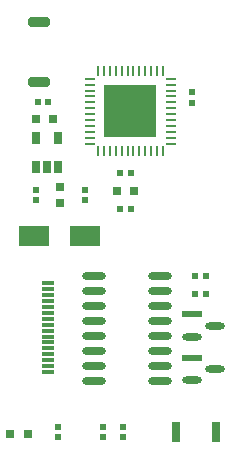
<source format=gtp>
%TF.GenerationSoftware,Altium Limited,Altium Designer,23.2.1 (34)*%
G04 Layer_Color=8421504*
%FSLAX45Y45*%
%MOMM*%
%TF.SameCoordinates,A812FC76-EFF7-42A6-A9F1-56CA2D28D9A5*%
%TF.FilePolarity,Positive*%
%TF.FileFunction,Paste,Top*%
%TF.Part,Single*%
G01*
G75*
%TA.AperFunction,SMDPad,CuDef*%
%ADD10O,2.03200X0.60960*%
%ADD11R,4.50000X4.50000*%
%ADD12O,0.25000X0.90000*%
%ADD13O,0.90000X0.25000*%
%ADD14R,1.00000X0.30000*%
G04:AMPARAMS|DCode=15|XSize=0.55mm|YSize=0.5mm|CornerRadius=0.0625mm|HoleSize=0mm|Usage=FLASHONLY|Rotation=270.000|XOffset=0mm|YOffset=0mm|HoleType=Round|Shape=RoundedRectangle|*
%AMROUNDEDRECTD15*
21,1,0.55000,0.37500,0,0,270.0*
21,1,0.42500,0.50000,0,0,270.0*
1,1,0.12500,-0.18750,-0.21250*
1,1,0.12500,-0.18750,0.21250*
1,1,0.12500,0.18750,0.21250*
1,1,0.12500,0.18750,-0.21250*
%
%ADD15ROUNDEDRECTD15*%
G04:AMPARAMS|DCode=16|XSize=0.55mm|YSize=0.5mm|CornerRadius=0.0625mm|HoleSize=0mm|Usage=FLASHONLY|Rotation=180.000|XOffset=0mm|YOffset=0mm|HoleType=Round|Shape=RoundedRectangle|*
%AMROUNDEDRECTD16*
21,1,0.55000,0.37500,0,0,180.0*
21,1,0.42500,0.50000,0,0,180.0*
1,1,0.12500,-0.21250,0.18750*
1,1,0.12500,0.21250,0.18750*
1,1,0.12500,0.21250,-0.18750*
1,1,0.12500,-0.21250,-0.18750*
%
%ADD16ROUNDEDRECTD16*%
%ADD17R,0.80000X1.70000*%
G04:AMPARAMS|DCode=18|XSize=1.65712mm|YSize=0.61213mm|CornerRadius=0.30606mm|HoleSize=0mm|Usage=FLASHONLY|Rotation=0.000|XOffset=0mm|YOffset=0mm|HoleType=Round|Shape=RoundedRectangle|*
%AMROUNDEDRECTD18*
21,1,1.65712,0.00000,0,0,0.0*
21,1,1.04499,0.61213,0,0,0.0*
1,1,0.61213,0.52250,0.00000*
1,1,0.61213,-0.52250,0.00000*
1,1,0.61213,-0.52250,0.00000*
1,1,0.61213,0.52250,0.00000*
%
%ADD18ROUNDEDRECTD18*%
%ADD19R,1.65712X0.61213*%
%ADD21R,2.65000X1.75000*%
%ADD22R,0.65000X1.10000*%
%ADD23R,0.80000X0.80000*%
G04:AMPARAMS|DCode=24|XSize=0.76mm|YSize=0.6604mm|CornerRadius=0.08255mm|HoleSize=0mm|Usage=FLASHONLY|Rotation=90.000|XOffset=0mm|YOffset=0mm|HoleType=Round|Shape=RoundedRectangle|*
%AMROUNDEDRECTD24*
21,1,0.76000,0.49530,0,0,90.0*
21,1,0.59490,0.66040,0,0,90.0*
1,1,0.16510,0.24765,0.29745*
1,1,0.16510,0.24765,-0.29745*
1,1,0.16510,-0.24765,-0.29745*
1,1,0.16510,-0.24765,0.29745*
%
%ADD24ROUNDEDRECTD24*%
G04:AMPARAMS|DCode=25|XSize=0.76mm|YSize=0.6604mm|CornerRadius=0.08255mm|HoleSize=0mm|Usage=FLASHONLY|Rotation=0.000|XOffset=0mm|YOffset=0mm|HoleType=Round|Shape=RoundedRectangle|*
%AMROUNDEDRECTD25*
21,1,0.76000,0.49530,0,0,0.0*
21,1,0.59490,0.66040,0,0,0.0*
1,1,0.16510,0.29745,-0.24765*
1,1,0.16510,-0.29745,-0.24765*
1,1,0.16510,-0.29745,0.24765*
1,1,0.16510,0.29745,0.24765*
%
%ADD25ROUNDEDRECTD25*%
G04:AMPARAMS|DCode=26|XSize=0.8mm|YSize=1.8mm|CornerRadius=0.2mm|HoleSize=0mm|Usage=FLASHONLY|Rotation=90.000|XOffset=0mm|YOffset=0mm|HoleType=Round|Shape=RoundedRectangle|*
%AMROUNDEDRECTD26*
21,1,0.80000,1.40000,0,0,90.0*
21,1,0.40000,1.80000,0,0,90.0*
1,1,0.40000,0.70000,0.20000*
1,1,0.40000,0.70000,-0.20000*
1,1,0.40000,-0.70000,-0.20000*
1,1,0.40000,-0.70000,0.20000*
%
%ADD26ROUNDEDRECTD26*%
D10*
X1023879Y-2857500D02*
D03*
Y-2730500D02*
D03*
X1587500Y-3111500D02*
D03*
X1023879D02*
D03*
Y-2222500D02*
D03*
Y-2349500D02*
D03*
Y-2476500D02*
D03*
Y-2603500D02*
D03*
Y-2984500D02*
D03*
X1587500D02*
D03*
Y-2857500D02*
D03*
Y-2730500D02*
D03*
Y-2603500D02*
D03*
Y-2476500D02*
D03*
Y-2349500D02*
D03*
Y-2222500D02*
D03*
D11*
X1336770Y-825500D02*
D03*
D12*
X1061770Y-485500D02*
D03*
X1111770D02*
D03*
X1161770D02*
D03*
X1211770D02*
D03*
X1261770D02*
D03*
X1311770D02*
D03*
X1361770D02*
D03*
X1411770D02*
D03*
X1461770D02*
D03*
X1511770D02*
D03*
X1561770D02*
D03*
X1611770D02*
D03*
Y-1165500D02*
D03*
X1561770D02*
D03*
X1511770D02*
D03*
X1461770D02*
D03*
X1411770D02*
D03*
X1361770D02*
D03*
X1311770D02*
D03*
X1261770D02*
D03*
X1211770D02*
D03*
X1161770D02*
D03*
X1111770D02*
D03*
X1061770D02*
D03*
D13*
X1676770Y-550500D02*
D03*
Y-600500D02*
D03*
Y-650500D02*
D03*
Y-700500D02*
D03*
Y-750500D02*
D03*
Y-800500D02*
D03*
Y-850500D02*
D03*
Y-900500D02*
D03*
Y-950500D02*
D03*
Y-1000500D02*
D03*
Y-1050500D02*
D03*
Y-1100500D02*
D03*
X996770D02*
D03*
Y-1050500D02*
D03*
Y-1000500D02*
D03*
Y-950500D02*
D03*
Y-900500D02*
D03*
Y-850500D02*
D03*
Y-800500D02*
D03*
Y-750500D02*
D03*
Y-700500D02*
D03*
Y-650500D02*
D03*
Y-600500D02*
D03*
Y-550500D02*
D03*
D14*
X635000Y-2683700D02*
D03*
Y-2633700D02*
D03*
Y-2583700D02*
D03*
Y-2733700D02*
D03*
Y-2283700D02*
D03*
Y-2383700D02*
D03*
Y-2483700D02*
D03*
Y-2833700D02*
D03*
Y-2933700D02*
D03*
Y-3033700D02*
D03*
Y-2983700D02*
D03*
Y-2883700D02*
D03*
Y-2783700D02*
D03*
Y-2533700D02*
D03*
Y-2433700D02*
D03*
Y-2333700D02*
D03*
D15*
X1885400Y-2222500D02*
D03*
X1975400D02*
D03*
X1885400Y-2374900D02*
D03*
X1975400D02*
D03*
X1340400Y-1651000D02*
D03*
X1250400D02*
D03*
X1340400Y-1346200D02*
D03*
X1250400D02*
D03*
X641900Y-749300D02*
D03*
X551900D02*
D03*
D16*
X1104900Y-3498300D02*
D03*
Y-3588300D02*
D03*
X1854200Y-666200D02*
D03*
Y-756200D02*
D03*
X1270000Y-3588300D02*
D03*
Y-3498300D02*
D03*
X723900Y-3588300D02*
D03*
Y-3498300D02*
D03*
X952500Y-1491700D02*
D03*
Y-1581700D02*
D03*
X533400D02*
D03*
Y-1491700D02*
D03*
D17*
X2062300Y-3543300D02*
D03*
X1722300D02*
D03*
D18*
X2055855Y-2641600D02*
D03*
X1855745Y-2736600D02*
D03*
X2055855Y-3009900D02*
D03*
X1855745Y-3104900D02*
D03*
D19*
Y-2546600D02*
D03*
Y-2914900D02*
D03*
D21*
X521600Y-1879600D02*
D03*
X951600D02*
D03*
D22*
X533900Y-1295400D02*
D03*
X628900D02*
D03*
X723900D02*
D03*
Y-1055400D02*
D03*
X533900D02*
D03*
D23*
X468712Y-3555342D02*
D03*
X318712D02*
D03*
D24*
X1225400Y-1498600D02*
D03*
X1365400D02*
D03*
X539600Y-889000D02*
D03*
X679600D02*
D03*
D25*
X736600Y-1466700D02*
D03*
Y-1606700D02*
D03*
D26*
X564228Y-580572D02*
D03*
Y-70272D02*
D03*
%TF.MD5,a6d9f2fde560923ae7cee37a4f4f54c9*%
M02*

</source>
